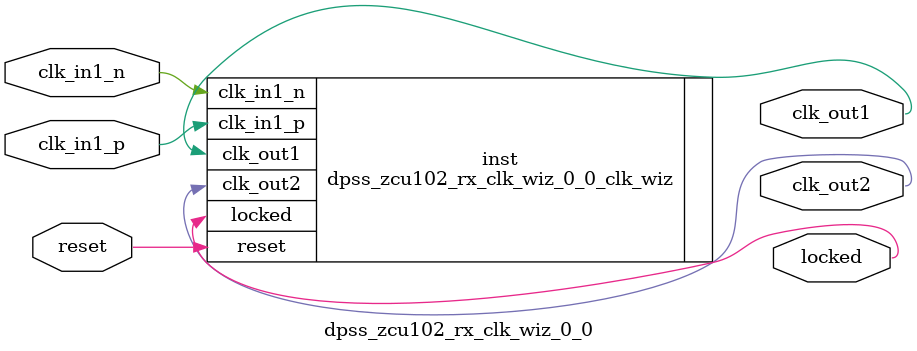
<source format=v>


`timescale 1ps/1ps

(* CORE_GENERATION_INFO = "dpss_zcu102_rx_clk_wiz_0_0,clk_wiz_v6_0_4_0_0,{component_name=dpss_zcu102_rx_clk_wiz_0_0,use_phase_alignment=false,use_min_o_jitter=false,use_max_i_jitter=false,use_dyn_phase_shift=false,use_inclk_switchover=false,use_dyn_reconfig=false,enable_axi=0,feedback_source=FDBK_AUTO,PRIMITIVE=MMCM,num_out_clk=2,clkin1_period=3.333,clkin2_period=10.0,use_power_down=false,use_reset=true,use_locked=true,use_inclk_stopped=false,feedback_type=SINGLE,CLOCK_MGR_TYPE=NA,manual_override=false}" *)

module dpss_zcu102_rx_clk_wiz_0_0 
 (
  // Clock out ports
  output        clk_out1,
  output        clk_out2,
  // Status and control signals
  input         reset,
  output        locked,
 // Clock in ports
  input         clk_in1_p,
  input         clk_in1_n
 );

  dpss_zcu102_rx_clk_wiz_0_0_clk_wiz inst
  (
  // Clock out ports  
  .clk_out1(clk_out1),
  .clk_out2(clk_out2),
  // Status and control signals               
  .reset(reset), 
  .locked(locked),
 // Clock in ports
  .clk_in1_p(clk_in1_p),
  .clk_in1_n(clk_in1_n)
  );

endmodule

</source>
